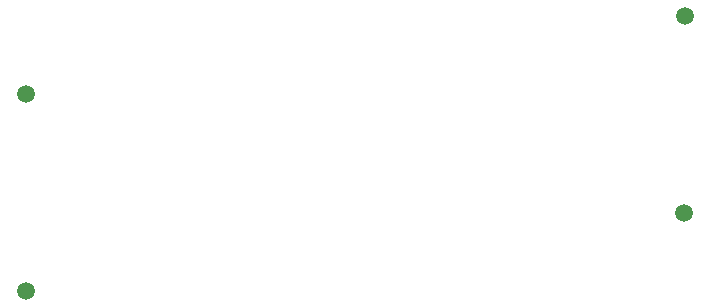
<source format=gbr>
%TF.GenerationSoftware,KiCad,Pcbnew,(7.0.0)*%
%TF.CreationDate,2023-03-01T15:25:45+01:00*%
%TF.ProjectId,VR-Shield,56522d53-6869-4656-9c64-2e6b69636164,v02*%
%TF.SameCoordinates,Original*%
%TF.FileFunction,NonPlated,1,2,NPTH,Drill*%
%TF.FilePolarity,Positive*%
%FSLAX46Y46*%
G04 Gerber Fmt 4.6, Leading zero omitted, Abs format (unit mm)*
G04 Created by KiCad (PCBNEW (7.0.0)) date 2023-03-01 15:25:45*
%MOMM*%
%LPD*%
G01*
G04 APERTURE LIST*
%TA.AperFunction,ComponentDrill*%
%ADD10C,1.500000*%
%TD*%
G04 APERTURE END LIST*
D10*
%TO.C,P2*%
X18310000Y-23244000D03*
%TO.C,P3*%
X18310000Y-39881000D03*
%TO.C,P4*%
X74019000Y-33271000D03*
%TO.C,P1*%
X74146000Y-16634000D03*
M02*

</source>
